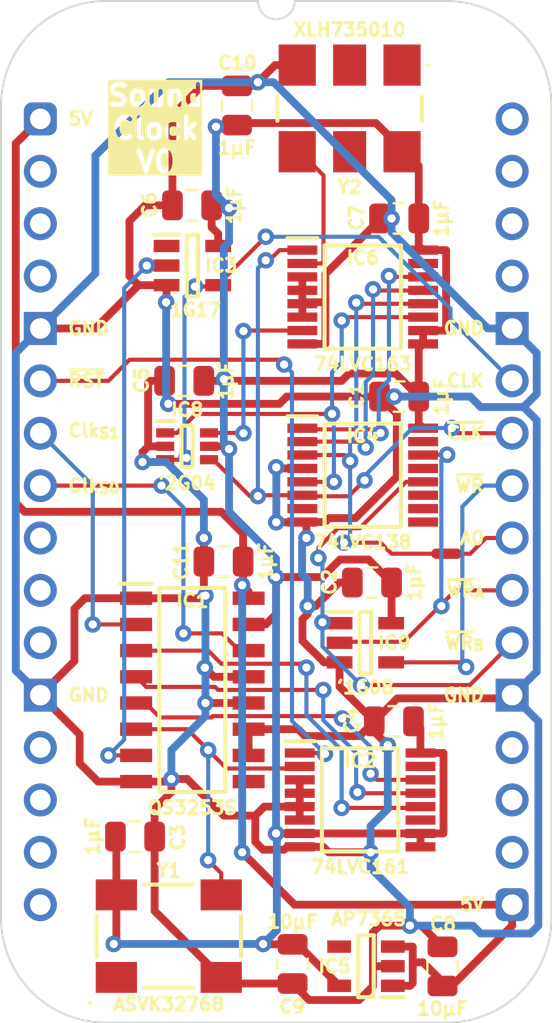
<source format=kicad_pcb>
(kicad_pcb (version 20240108) (generator "pcbnew") (generator_version "8.0")
  (title_block (title "Audio Clock") (date "2025-01-03") (rev "V0"))
  (layers (0 "F.Cu" signal) (31 "B.Cu" signal) (36 "B.SilkS" user "B.Silkscreen") (37 "F.SilkS" user "F.Silkscreen") (38 "B.Mask" user) (39 "F.Mask" user) (44 "Edge.Cuts" user))
  (net 0 "")
  (net 1 "/5V")
  (net 2 "/GND")
  (net 3 "/3.3V")
  (net 10 "/CLK")
  (net 16 "/Clock Select _{S1}")
  (net 17 "/4KHz")
  (net 18 "/8KHz")
  (net 19 "/16KHz")
  (net 20 "/32KHz")
  (net 21 "Net-(IC1-YA)")
  (net 23 "/Clock Select _{S0}")
  (net 24 "/~{Reset}")
  (net 28 "/Q0")
  (net 29 "/Q1")
  (net 30 "/Q2")
  (net 31 "/Q3")
  (net 32 "/~{CLK}")
  (net 37 "/~{WR}_{B}")
  (net 39 "/~{WR}_{A}")
  (net 41 "/10MHz")
  (net 42 "/~{Q3}")
  (net 53 "/~{WR}")
  (net 54 "/A0")
  (footprint "SamacSys_Parts:SOP65P210X110-6N" (layer "F.Cu") (at 7.112 15.875)
    (property "Reference" "IC8")
    (property "Value" "74LVC2G04GW-Q100H" (hide yes))
  )
  (footprint "SamacSys_Parts:SOP65P640X110-16N" (layer "F.Cu") (at 15.621 17.272)
    (property "Reference" "IC4")
    (property "Value" "74LVC138APW-Q100J" (hide yes))
  )
  (footprint "SamacSys_Parts:C_0805" (layer "F.Cu") (at 8.89 21.463 90)
    (property "Reference" "C11")
    (property "Value" "1μF")
  )
  (footprint "SamacSys_Parts:C_0805" (layer "F.Cu") (at 6.985 12.7 90)
    (property "Reference" "C5")
    (property "Value" "1μF")
  )
  (footprint "SamacSys_Parts:C_0805" (layer "F.Cu") (at 19.4864 41.1074)
    (property "Reference" "C8")
    (property "Value" "10µF")
  )
  (footprint "SamacSys_Parts:ASVK32768KHZLJT" (layer "F.Cu") (at 6.223 39.624)
    (property "Reference" "Y1")
    (property "Value" "ASVK-32.768KHZ-LJT" (hide yes))
  )
  (footprint "SamacSys_Parts:C_0805" (layer "F.Cu") (at 17.145 29.21 90)
    (property "Reference" "C4")
    (property "Value" "1μF")
  )
  (footprint "SamacSys_Parts:SOT95P275X110-5N" (layer "F.Cu") (at 7.366 7.112)
    (property "Reference" "IC3")
    (property "Value" "74LVC1G17GV,125" (hide yes))
  )
  (footprint "SamacSys_Parts:SOP65P640X110-16N" (layer "F.Cu") (at 15.494 33.02)
    (property "Reference" "IC2")
    (property "Value" "74LVC161PW,112" (hide yes))
  )
  (footprint "SamacSys_Parts:SOT95P275X110-5N" (layer "F.Cu") (at 15.748 25.4)
    (property "Reference" "IC9")
    (property "Value" "74LVC1G08GV,125" (hide yes))
  )
  (footprint "SamacSys_Parts:C_0805" (layer "F.Cu") (at 4.572 34.798 -90)
    (property "Reference" "C3")
    (property "Value" "1μF")
  )
  (footprint "SamacSys_Parts:C_0805" (layer "F.Cu") (at 16.084 22.479 90)
    (property "Reference" "C2")
    (property "Value" "1μF")
  )
  (footprint "SamacSys_Parts:SOP65P640X110-16N" (layer "F.Cu") (at 15.621 8.636)
    (property "Reference" "IC6")
    (property "Value" "74LVC163PW,118" (hide yes))
  )
  (footprint "SamacSys_Parts:C_0805" (layer "F.Cu") (at 9.525 -0.635)
    (property "Reference" "C10")
    (property "Value" "1μF")
  )
  (footprint "SamacSys_Parts:XLH735100000000I" (layer "F.Cu") (at 14.986 -0.508 180)
    (property "Reference" "Y2")
    (property "Value" "XLH735010.000000X" (hide yes))
  )
  (footprint "SamacSys_Parts:SOIC127P602X173-16N" (layer "F.Cu") (at 7.366 27.686)
    (property "Reference" "IC1")
    (property "Value" "QS3253S1G" (hide yes))
  )
  (footprint "SamacSys_Parts:C_0805" (layer "F.Cu") (at 17.399 4.826 90)
    (property "Reference" "C7")
    (property "Value" "1μF")
  )
  (footprint "SamacSys_Parts:C_0805" (layer "F.Cu") (at 17.399 13.462 90)
    (property "Reference" "C1")
    (property "Value" "1μF")
  )
  (footprint "SamacSys_Parts:C_0805" (layer "F.Cu") (at 7.366 4.191 90)
    (property "Reference" "C6")
    (property "Value" "1μF")
  )
  (footprint "SamacSys_Parts:C_0805" (layer "F.Cu") (at 12.222 40.955 180)
    (property "Reference" "C9")
    (property "Value" "10µF")
  )
  (footprint "SamacSys_Parts:SOT95P285X130-5N" (layer "F.Cu") (at 15.778 41.082 180)
    (property "Reference" "IC5")
    (property "Value" "AP7365-33WG-7" (hide yes))
  )
  (footprint "SamacSys_Parts:DIP-32_Board_W22.86mm" (layer "F.Cu") (at 0 0)
    (property "Reference" "J2" (hide yes))
    (property "Value" "Conn_02x16_Counter_Clockwise" (hide yes))
    (fp_line (start -1.905 -0.635) (end -1.905 38.735) (stroke (width 0.1)) (layer "Edge.Cuts"))
    (fp_line (start 10.541 -5.715) (end 3.175 -5.715) (stroke (width 0.1)) (layer "Edge.Cuts"))
    (fp_line (start 19.685 -5.715) (end 12.319 -5.715) (stroke (width 0.1)) (layer "Edge.Cuts"))
    (fp_line (start 19.685 43.815) (end 3.175 43.815) (stroke (width 0.1)) (layer "Edge.Cuts"))
    (fp_line (start 24.765 38.735) (end 24.765 -0.635) (stroke (width 0.1)) (layer "Edge.Cuts"))
    (fp_arc (start -1.905 -0.635) (mid -0.417102 -4.227102) (end 3.175 -5.715) (stroke (width 0.1)) (layer "Edge.Cuts"))
    (fp_arc (start 3.175 43.815) (mid -0.417102 42.327102) (end -1.905 38.735) (stroke (width 0.1)) (layer "Edge.Cuts"))
    (fp_arc (start 12.319 -5.715) (mid 11.43 -4.826) (end 10.541 -5.715) (stroke (width 0.1)) (layer "Edge.Cuts"))
    (fp_arc (start 19.685 -5.715) (mid 23.277102 -4.227102) (end 24.765 -0.635) (stroke (width 0.1)) (layer "Edge.Cuts"))
    (fp_arc (start 24.765 38.735) (mid 23.277103 42.327103) (end 19.685 43.815) (stroke (width 0.1)) (layer "Edge.Cuts"))
  )
  (footprint "NetTie:NetTie-2_SMD_Pad0.5mm" (layer "F.Cu") (at 19.685 21.082)
    (property "Reference" "NT1" (hide yes))
    (property "Value" "NetTie" (hide yes))
  )
  (footprint "SamacSys_Parts:PinHeader_1x16_P2.54mm_Vertical" (layer "B.Cu") (at 0 0 180)
    (property "Reference" "J3" (hide yes))
    (property "Value" "Pin_Header_01x16")
  )
  (footprint "SamacSys_Parts:PinHeader_1x16_P2.54mm_Vertical" (layer "B.Cu") (at 22.86 0 180)
    (property "Reference" "J1" (hide yes))
    (property "Value" "Pin_Header_01x16")
  )
  (gr_text "5V" (at 1.27 0 0) (layer "F.SilkS") (effects (font (size 0.635 0.635)) (justify left)))
  (gr_text "5V" (at 21.59 38.1 0) (layer "F.SilkS") (effects (font (size 0.635 0.635)) (justify right)))
  (gr_text "~{WR}_{B}" (at 21.59 25.4 0) (layer "F.SilkS") (effects (font (size 0.635 0.635)) (justify right)))
  (gr_text "GND" (at 21.59 10.16 0) (layer "F.SilkS") (effects (font (size 0.635 0.635)) (justify right)))
  (gr_text "GND" (at 1.27 27.94 0) (layer "F.SilkS") (effects (font (size 0.635 0.635)) (justify left)))
  (gr_text "Clk_{S0}" (at 1.27 17.78 0) (layer "F.SilkS") (effects (font (size 0.635 0.635)) (justify left)))
  (gr_text "~{RST}" (at 1.27 12.7 0) (layer "F.SilkS") (effects (font (size 0.635 0.635)) (justify left)))
  (gr_text "~{CLK}" (at 21.59 15.24 0) (layer "F.SilkS") (effects (font (size 0.635 0.635)) (justify right)))
  (gr_text "~{WR}_{A}" (at 21.59 22.86 0) (layer "F.SilkS") (effects (font (size 0.635 0.635)) (justify right)))
  (gr_text "Clk_{S1}" (at 1.27 15.113 0) (layer "F.SilkS") (effects (font (size 0.635 0.635)) (justify left)))
  (gr_text "CLK" (at 21.59 12.7 0) (layer "F.SilkS") (effects (font (size 0.635 0.635)) (justify right)))
  (gr_text "~{WR}" (at 21.59 17.78 0) (layer "F.SilkS") (effects (font (size 0.635 0.635)) (justify right)))
  (gr_text "Sound\nClock\nV0" (at 5.588 2.667 0) (layer "F.SilkS" knockout) (effects (font (size 1 1) (thickness 0.2) (bold yes)) (justify bottom)))
  (gr_text "GND" (at 21.59 27.94 0) (layer "F.SilkS") (effects (font (size 0.635 0.635)) (justify right)))
  (gr_text "A0" (at 21.59 20.32 0) (layer "F.SilkS") (effects (font (size 0.635 0.635)) (justify right)))
  (gr_text "GND" (at 1.27 10.16 0) (layer "F.SilkS") (effects (font (size 0.635 0.635)) (justify left)))
  (segment (start 8.763 19.05) (end 9.824 20.111) (width 0.38) (layer "F.Cu") (net 1))
  (segment (start 10.091 23.241) (end 10.091 22.918) (width 0.38) (layer "F.Cu") (net 1))
  (segment (start -0.762 19.05) (end 8.763 19.05) (width 0.38) (layer "F.Cu") (net 1))
  (segment (start -1.19 18.622) (end -0.762 19.05) (width 0.38) (layer "F.Cu") (net 1))
  (segment (start 18.043 40.142) (end 18.043 40.894) (width 0.38) (layer "F.Cu") (net 1))
  (segment (start 9.824 21.463) (end 9.824 22.560998) (width 0.38) (layer "F.Cu") (net 1))
  (segment (start 19.4864 41.8384) (end 18.542 40.894) (width 0.38) (layer "F.Cu") (net 1))
  (segment (start 19.9346 42.0414) (end 22.86 39.116) (width 0.38) (layer "F.Cu") (net 1))
  (segment (start 17.078 40.132) (end 18.033 40.132) (width 0.38) (layer "F.Cu") (net 1))
  (segment (start 18.033 40.132) (end 18.043 40.142) (width 0.38) (layer "F.Cu") (net 1))
  (segment (start 9.824 22.560998) (end 9.778999 22.605999) (width 0.38) (layer "F.Cu") (net 1))
  (segment (start 18.043 41.901) (end 17.912 42.032) (width 0.38) (layer "F.Cu") (net 1))
  (segment (start 18.043 40.894) (end 18.043 41.901) (width 0.38) (layer "F.Cu") (net 1))
  (segment (start 12.318994 38.1) (end 9.778997 35.560003) (width 0.38) (layer "F.Cu") (net 1))
  (segment (start 10.091 22.918) (end 9.778999 22.605999) (width 0.38) (layer "F.Cu") (net 1))
  (segment (start 17.912 42.032) (end 17.078 42.032) (width 0.38) (layer "F.Cu") (net 1))
  (segment (start 0 0) (end -1.19 1.19) (width 0.38) (layer "F.Cu") (net 1))
  (segment (start -1.19 1.19) (end -1.19 18.622) (width 0.38) (layer "F.Cu") (net 1))
  (segment (start 22.86 38.1) (end 12.318994 38.1) (width 0.38) (layer "F.Cu") (net 1))
  (segment (start 9.824 20.111) (end 9.824 21.463) (width 0.38) (layer "F.Cu") (net 1))
  (segment (start 18.542 40.894) (end 18.043 40.894) (width 0.38) (layer "F.Cu") (net 1))
  (segment (start 22.86 39.116) (end 22.86 38.1) (width 0.38) (layer "F.Cu") (net 1))
  (via (at 9.778997 35.560003) (size 0.8) (drill 0.4) (layers "F.Cu" "B.Cu") (net 1))
  (via (at 9.778999 22.605999) (size 0.8) (drill 0.4) (layers "F.Cu" "B.Cu") (net 1))
  (segment (start 9.778997 22.606001) (end 9.778999 22.605999) (width 0.38) (layer "B.Cu") (net 1))
  (segment (start 9.778997 35.560003) (end 9.778997 22.606001) (width 0.38) (layer "B.Cu") (net 1))
  (segment (start 14.498 26.35) (end 14.498 27.529) (width 0.38) (layer "F.Cu") (net 2))
  (segment (start 10.797 35.435) (end 10.414 35.052) (width 0.38) (layer "F.Cu") (net 2))
  (segment (start 9.525 -1.601) (end 7.824 -1.601) (width 0.38) (layer "F.Cu") (net 2))
  (segment (start 7.873982 23.241) (end 7.874 23.241) (width 0.38) (layer "F.Cu") (net 2))
  (segment (start 13.705 35.295) (end 12.569 35.295) (width 0.38) (layer "F.Cu") (net 2))
  (segment (start 15.443 42.722) (end 16.113 42.052) (width 0.38) (layer "F.Cu") (net 2))
  (segment (start 5.2225 15.865) (end 5.2325 15.875) (width 0.38) (layer "F.Cu") (net 2))
  (segment (start 10.851 33.345) (end 12.569 33.345) (width 0.38) (layer "F.Cu") (net 2))
  (segment (start 13.335001 23.622) (end 12.954 23.622) (width 0.38) (layer "F.Cu") (net 2))
  (segment (start 13.023 42.722) (end 15.443 42.722) (width 0.38) (layer "F.Cu") (net 2))
  (segment (start 12.7 25.307) (end 13.208511 25.815511) (width 0.38) (layer "F.Cu") (net 2))
  (segment (start 13.801 19.547) (end 12.696 19.547) (width 0.38) (layer "F.Cu") (net 2))
  (segment (start 5.2225 12.8115) (end 5.2225 15.865) (width 0.38) (layer "F.Cu") (net 2))
  (segment (start 6.35 32.639) (end 5.538 33.451) (width 0.38) (layer "F.Cu") (net 2))
  (segment (start 13.811 7.525) (end 16.433 4.903) (width 0.38) (layer "F.Cu") (net 2))
  (segment (start 11.486 16.947) (end 11.43 16.891) (width 0.38) (layer "F.Cu") (net 2))
  (segment (start 12.827 29.923615) (end 15.465385 29.923615) (width 0.38) (layer "F.Cu") (net 2))
  (segment (start 10.414 33.782) (end 10.851 33.345) (width 0.38) (layer "F.Cu") (net 2))
  (segment (start 16.433 13.462) (end 11.938 13.462) (width 0.38) (layer "F.Cu") (net 2))
  (segment (start 10.091 29.591) (end 10.091 30.861) (width 0.38) (layer "F.Cu") (net 2))
  (segment (start 19.4864 40.1414) (end 18.461 39.116) (width 0.38) (layer "F.Cu") (net 2))
  (segment (start 1.651 23.749) (end 1.651 26.289) (width 0.38) (layer "F.Cu") (net 2))
  (segment (start 4.641 23.241) (end 2.159 23.241) (width 0.38) (layer "F.Cu") (net 2))
  (segment (start 5.2325 15.875) (end 6.05 15.875) (width 0.38) (layer "F.Cu") (net 2))
  (segment (start 10.364 -1.601) (end 9.525 -1.601) (width 0.38) (layer "F.Cu") (net 2))
  (segment (start 5.538 34.798) (end 5.538 38.399) (width 0.38) (layer "F.Cu") (net 2))
  (segment (start 4.318 7.62) (end 4.318 4.953) (width 0.38) (layer "F.Cu") (net 2))
  (segment (start 4.641 23.241) (end 7.873982 23.241) (width 0.38) (layer "F.Cu") (net 2))
  (segment (start 17.272 17.353741) (end 15.269481 19.35626) (width 0.38) (layer "F.Cu") (net 2))
  (segment (start 6.019 12.7) (end 5.334 12.7) (width 0.38) (layer "F.Cu") (net 2))
  (segment (start 7.874 23.241) (end 8.001 23.114) (width 0.38) (layer "F.Cu") (net 2))
  (segment (start 5.538 33.451) (end 5.538 34.798) (width 0.38) (layer "F.Cu") (net 2))
  (segment (start 2.159 23.241) (end 1.651 23.749) (width 0.38) (layer "F.Cu") (net 2))
  (segment (start 16.113 42.052) (end 16.113 41.072) (width 0.38) (layer "F.Cu") (net 2))
  (segment (start 12.569 33.995) (end 12.569 33.345) (width 0.38) (layer "F.Cu") (net 2))
  (segment (start 12.696 10.911) (end 13.801 10.911) (width 0.38) (layer "F.Cu") (net 2))
  (segment (start 16.433 13.462) (end 17.145 13.462) (width 0.38) (layer "F.Cu") (net 2))
  (segment (start 15.118 22.479) (end 14.478001 22.479) (width 0.38) (layer "F.Cu") (net 2))
  (segment (start 13.682 26.289) (end 13.743 26.35) (width 0.38) (layer "F.Cu") (net 2))
  (segment (start 4.318 4.953) (end 5.08 4.191) (width 0.38) (layer "F.Cu") (net 2))
  (segment (start 5.334 12.7) (end 5.2225 12.8115) (width 0.38) (layer "F.Cu") (net 2))
  (segment (start 17.078 41.082) (end 16.123 41.082) (width 0.38) (layer "F.Cu") (net 2))
  (segment (start 1.651 26.289) (end 0 27.94) (width 0.38) (layer "F.Cu") (net 2))
  (segment (start 12.222 41.921) (end 9.06 41.921) (width 0.38) (layer "F.Cu") (net 2))
  (segment (start 12.696 16.947) (end 11.486 16.947) (width 0.38) (layer "F.Cu") (net 2))
  (segment (start 15.465385 29.923615) (end 16.179 29.21) (width 0.38) (layer "F.Cu") (net 2))
  (segment (start 6.096 12.777) (end 6.096 13.716) (width 0.38) (layer "F.Cu") (net 2))
  (segment (start 10.414 35.052) (end 10.414 33.782) (width 0.38) (layer "F.Cu") (net 2))
  (segment (start 12.696 8.961) (end 12.696 8.311) (width 0.38) (layer "F.Cu") (net 2))
  (segment (start 7.824 -1.601) (end 6.4 -0.177) (width 0.38) (layer "F.Cu") (net 2))
  (segment (start 16.179 29.712669) (end 16.834637 30.368306) (width 0.38) (layer "F.Cu") (net 2))
  (segment (start 12.222 41.921) (end 13.023 42.722) (width 0.38) (layer "F.Cu") (net 2))
  (segment (start 7.924 21.463) (end 7.924 23.037) (width 0.38) (layer "F.Cu") (net 2))
  (segment (start 8.89 33.782) (end 7.112 32.004) (width 0.38) (layer "F.Cu") (net 2))
  (segment (start 12.696 8.311) (end 12.696 7.661) (width 0.38) (layer "F.Cu") (net 2))
  (segment (start 10.091 29.591) (end 12.494385 29.591) (width 0.38) (layer "F.Cu") (net 2))
  (segment (start 6.35 32.004) (end 6.223 32.131) (width 0.38) (layer "F.Cu") (net 2))
  (segment (start 4.953 16.1545) (end 5.2325 15.875) (width 0.38) (layer "F.Cu") (net 2))
  (segment (start 10.091 28.321) (end 8.001002 28.321) (width 0.38) (layer "F.Cu") (net 2))
  (segment (start 6.116 8.87) (end 6.096 8.89) (width 0.38) (layer "F.Cu") (net 2))
  (segment (start 12.696 9.611) (end 12.696 8.961) (width 0.38) (layer "F.Cu") (net 2))
  (segment (start 13.219229 25.815511) (end 13.682 26.278282) (width 0.38) (layer "F.Cu") (net 2))
  (segment (start 12.954 23.622) (end 12.954 24.003001) (width 0.38) (layer "F.Cu") (net 2))
  (segment (start 10.091 27.051) (end 8.410983 27.051) (width 0.38) (layer "F.Cu") (net 2))
  (segment (start 16.433 4.826) (end 17.017994 4.826) (width 0.38) (layer "F.Cu") (net 2))
  (segment (start 16.433 13.462) (end 17.272 14.301) (width 0.38) (layer "F.Cu") (net 2))
  (segment (start 12.954 24.003001) (end 12.7 24.257001) (width 0.38) (layer "F.Cu") (net 2))
  (segment (start 1.905 31.242) (end 1.905 29.845) (width 0.38) (layer "F.Cu") (net 2))
  (segment (start 5.538 38.399) (end 8.763 41.624) (width 0.38) (layer "F.Cu") (net 2))
  (segment (start 1.905 29.845) (end 0 27.94) (width 0.38) (layer "F.Cu") (net 2))
  (segment (start 6.116 8.062) (end 6.116 8.87) (width 0.38) (layer "F.Cu") (net 2))
  (segment (start 6.35 32.004) (end 6.35 32.639) (width 0.38) (layer "F.Cu") (net 2))
  (segment (start 13.97 35.56) (end 13.705 35.295) (width 0.38) (layer "F.Cu") (net 2))
  (segment (start 16.113 39.442) (end 16.439 39.116) (width 0.38) (layer "F.Cu") (net 2))
  (segment (start 6.223 32.131) (end 4.641 32.131) (width 0.38) (layer "F.Cu") (net 2))
  (segment (start 13.99174 19.35626) (end 13.801 19.547) (width 0.38) (layer "F.Cu") (net 2))
  (segment (start 16.002 35.56) (end 13.97 35.56) (width 0.38) (layer "F.Cu") (net 2))
  (segment (start 7.924 21.463) (end 7.924 20.319996) (width 0.38) (layer "F.Cu") (net 2))
  (segment (start 13.743 26.35) (end 14.498 26.35) (width 0.38) (layer "F.Cu") (net 2))
  (segment (start 13.811 8.89) (end 13.811 7.525) (width 0.38) (layer "F.Cu") (net 2))
  (segment (start 12.892 19.743) (end 12.892 20.32) (width 0.38) (layer "F.Cu") (net 2))
  (segment (start 4.76 8.062) (end 2.662 10.16) (width 0.38) (layer "F.Cu") (net 2))
  (segment (start 13.811 8.89) (end 12.767 8.89) (width 0.38) (layer "F.Cu") (net 2))
  (segment (start 13.208511 25.815511) (end 13.219229 25.815511) (width 0.38) (layer "F.Cu") (net 2))
  (segment (start 11.938 13.462) (end 11.585011 13.814989) (width 0.38) (layer "F.Cu") (net 2))
  (segment (start 12.573 -2.608) (end 11.371 -2.608) (width 0.38) (layer "F.Cu") (net 2))
  (segment (start 10.414 33.782) (end 8.89 33.782) (width 0.38) (layer "F.Cu") (net 2))
  (segment (start 4.76 8.062) (end 4.318 7.62) (width 0.38) (layer "F.Cu") (net 2))
  (segment (start 7.112 32.004) (end 6.35 32.004) (width 0.38) (layer "F.Cu") (net 2))
  (segment (start 2.794 32.131) (end 1.905 31.242) (width 0.38) (layer "F.Cu") (net 2))
  (segment (start 17.294 28.095) (end 22.705 28.095) (width 0.38) (layer "F.Cu") (net 2))
  (segment (start 12.767 8.89) (end 12.696 8.961) (width 0.38) (layer "F.Cu") (net 2))
  (segment (start 11.951 35.295) (end 11.811 35.435) (width 0.38) (layer "F.Cu") (net 2))
  (segment (start 5.08 4.191) (end 6.4 4.191) (width 0.38) (layer "F.Cu") (net 2))
  (segment (start 16.123 41.082) (end 16.113 41.072) (width 0.38) (layer "F.Cu") (net 2))
  (segment (start 16.439 39.116) (end 17.906998 39.116) (width 0.38) (layer "F.Cu") (net 2))
  (segment (start 14.498 27.529) (end 16.179 29.21) (width 0.38) (layer "F.Cu") (net 2))
  (segment (start 6.116 8.062) (end 4.76 8.062) (width 0.38) (layer "F.Cu") (net 2))
  (segment (start 12.569 35.295) (end 11.951 35.295) (width 0.38) (layer "F.Cu") (net 2))
  (segment (start 14.478001 22.479) (end 13.335001 23.622) (width 0.38) (layer "F.Cu") (net 2))
  (segment (start 13.811 10.901) (end 13.811 8.89) (width 0.38) (layer "F.Cu") (net 2))
  (segment (start 4.641 32.131) (end 2.794 32.131) (width 0.38) (layer "F.Cu") (net 2))
  (segment (start 16.113 41.072) (end 16.113 39.442) (width 0.38) (layer "F.Cu") (net 2))
  (segment (start 7.924 23.037) (end 8.001 23.114) (width 0.38) (layer "F.Cu") (net 2))
  (segment (start 13.801 10.911) (end 13.811 10.901) (width 0.38) (layer "F.Cu") (net 2))
  (segment (start 12.696 19.547) (end 12.892 19.743) (width 0.38) (layer "F.Cu") (net 2))
  (segment (start 11.585011 13.814989) (end 6.194989 13.814989) (width 0.38) (layer "F.Cu") (net 2))
  (segment (start 8.410983 27.051) (end 7.970682 26.610699) (width 0.38) (layer "F.Cu") (net 2))
  (segment (start 12.494385 29.591) (end 12.827 29.923615) (width 0.38) (layer "F.Cu") (net 2))
  (segment (start 17.272 14.301) (end 17.272 17.353741) (width 0.38) (layer "F.Cu") (net 2))
  (segment (start 12.7 24.257001) (end 12.7 25.307) (width 0.38) (layer "F.Cu") (net 2))
  (segment (start 16.179 29.21) (end 17.294 28.095) (width 0.38) (layer "F.Cu") (net 2))
  (segment (start 6.096 13.716) (end 6.194989 13.814989) (width 0.38) (layer "F.Cu") (net 2))
  (segment (start 2.662 10.16) (end 0 10.16) (width 0.38) (layer "F.Cu") (net 2))
  (segment (start 12.569 33.345) (end 12.569 32.695) (width 0.38) (layer "F.Cu") (net 2))
  (segment (start 13.682 26.278282) (end 13.682 26.289) (width 0.38) (layer "F.Cu") (net 2))
  (segment (start 11.371 -2.608) (end 10.364 -1.601) (width 0.38) (layer "F.Cu") (net 2))
  (segment (start 11.43 19.558) (end 12.685 19.558) (width 0.38) (layer "F.Cu") (net 2))
  (segment (start 12.569 32.695) (end 12.569 32.045) (width 0.38) (layer "F.Cu") (net 2))
  (segment (start 4.953 16.637) (end 4.953 16.1545) (width 0.38) (layer "F.Cu") (net 2))
  (segment (start 15.269481 19.35626) (end 13.99174 19.35626) (width 0.38) (layer "F.Cu") (net 2))
  (segment (start 11.811 35.435) (end 10.797 35.435) (width 0.38) (layer "F.Cu") (net 2))
  (segment (start 18.461 39.116) (end 17.906998 39.116) (width 0.38) (layer "F.Cu") (net 2))
  (segment (start 6.4 -0.177) (end 6.4 4.191) (width 0.38) (layer "F.Cu") (net 2))
  (via (at 16.834637 30.368306) (size 0.8) (drill 0.4) (layers "F.Cu" "B.Cu") (net 2))
  (via (at 16.002 35.56) (size 0.8) (drill 0.4) (layers "F.Cu" "B.Cu") (net 2))
  (via (at 7.924 20.319996) (size 0.8) (drill 0.4) (layers "F.Cu" "B.Cu") (net 2))
  (via (at 6.194989 13.814989) (size 0.8) (drill 0.4) (layers "F.Cu" "B.Cu") (net 2))
  (via (at 7.970682 26.610699) (size 0.8) (drill 0.4) (layers "F.Cu" "B.Cu") (net 2))
  (via (at 12.892 20.32) (size 0.8) (drill 0.4) (layers "F.Cu" "B.Cu") (net 2))
  (via (at 10.540999 -1.777999) (size 0.8) (drill 0.4) (layers "F.Cu" "B.Cu") (net 2))
  (via (at 17.017994 4.826) (size 0.8) (drill 0.4) (layers "F.Cu" "B.Cu") (net 2))
  (via (at 6.096 8.89) (size 0.8) (drill 0.4) (layers "F.Cu" "B.Cu") (net 2))
  (via (at 17.906998 39.116) (size 0.8) (drill 0.4) (layers "F.Cu" "B.Cu") (net 2))
  (via (at 11.43 16.891) (size 0.8) (drill 0.4) (layers "F.Cu" "B.Cu") (net 2))
  (via (at 17.145 13.462) (size 0.8) (drill 0.4) (layers "F.Cu" "B.Cu") (net 2))
  (via (at 8.001 23.114) (size 0.8) (drill 0.4) (layers "F.Cu" "B.Cu") (net 2))
  (via (at 6.35 32.004) (size 0.8) (drill 0.4) (layers "F.Cu" "B.Cu") (net 2))
  (via (at 11.43 19.558) (size 0.8) (drill 0.4) (layers "F.Cu" "B.Cu") (net 2))
  (via (at 12.954 23.622) (size 0.8) (drill 0.4) (layers "F.Cu" "B.Cu") (net 2))
  (via (at 8.001002 28.321) (size 0.8) (drill 0.4) (layers "F.Cu" "B.Cu") (net 2))
  (via (at 4.953 16.637) (size 0.8) (drill 0.4) (layers "F.Cu" "B.Cu") (net 2))
  (segment (start 20.828 13.462) (end 21.336 13.97) (width 0.38) (layer "B.Cu") (net 2))
  (segment (start 6.096 13.716) (end 6.194989 13.814989) (width 0.38) (layer "B.Cu") (net 2))
  (segment (start 7.924 18.465) (end 7.924 20.319996) (width 0.38) (layer "B.Cu") (net 2))
  (segment (start 6.35 30.607) (end 6.35 32.004) (width 0.38) (layer "B.Cu") (net 2))
  (segment (start 11.43 16.891) (end 11.433507 16.894507) (width 0.38) (layer "B.Cu") (net 2))
  (segment (start 22.86 10.16) (end 24.05 11.35) (width 0.38) (layer "B.Cu") (net 2))
  (segment (start 8.001002 28.321) (end 8.001002 26.641019) (width 0.38) (layer "B.Cu") (net 2))
  (segment (start 16.834637 33.457363) (end 16.834637 30.368306) (width 0.38) (layer "B.Cu") (net 2))
  (segment (start 12.682 22.08) (end 12.682 20.53) (width 0.38) (layer "B.Cu") (net 2))
  (segment (start 8.001002 28.955998) (end 6.477 30.48) (width 0.38) (layer "B.Cu") (net 2))
  (segment (start 2.667 1.778) (end 6.222999 -1.777999) (width 0.38) (layer "B.Cu") (net 2))
  (segment (start -1.19 11.35) (end -1.19 26.75) (width 0.38) (layer "B.Cu") (net 2))
  (segment (start 12.682 20.53) (end 12.892 20.32) (width 0.38) (layer "B.Cu") (net 2))
  (segment (start 6.222999 -1.777999) (end 10.540999 -1.777999) (width 0.38) (layer "B.Cu") (net 2))
  (segment (start 16.002 36.322) (end 17.906998 38.226998) (width 0.38) (layer "B.Cu") (net 2))
  (segment (start 24.05 14.605) (end 24.05 26.797) (width 0.38) (layer "B.Cu") (net 2))
  (segment (start 4.953 16.637) (end 6.096 16.637) (width 0.38) (layer "B.Cu") (net 2))
  (segment (start 21.336 13.97) (end 23.415 13.97) (width 0.38) (layer "B.Cu") (net 2))
  (segment (start 11.302998 -1.777999) (end 10.540999 -1.777999) (width 0.38) (layer "B.Cu") (net 2))
  (segment (start 11.433507 19.554493) (end 11.43 19.558) (width 0.38) (layer "B.Cu") (net 2))
  (segment (start 0 10.16) (end 2.667 7.493) (width 0.38) (layer "B.Cu") (net 2))
  (segment (start 8.001002 26.641019) (end 7.970682 26.610699) (width 0.38) (layer "B.Cu") (net 2))
  (segment (start 17.906998 38.226998) (end 17.906998 39.116) (width 0.38) (layer "B.Cu") (net 2))
  (segment (start 8.001 23.114) (end 8.001 26.580381) (width 0.38) (layer "B.Cu") (net 2))
  (segment (start 8.001002 28.321) (end 8.001002 28.955998) (width 0.38) (layer "B.Cu") (net 2))
  (segment (start 24.13 29.21) (end 24.13 39.116) (width 0.38) (layer "B.Cu") (net 2))
  (segment (start 20.955 39.116) (end 21.336 39.497) (width 0.38) (layer "B.Cu") (net 2))
  (segment (start 17.017994 4.826) (end 17.017994 3.936997) (width 0.38) (layer "B.Cu") (net 2))
  (segment (start 12.954 23.622) (end 12.954 22.352) (width 0.38) (layer "B.Cu") (net 2))
  (segment (start -1.19 26.75) (end 0 27.94) (width 0.38) (layer "B.Cu") (net 2))
  (segment (start 11.433507 16.894507) (end 11.433507 19.554493) (width 0.38) (layer "B.Cu") (net 2))
  (segment (start 17.906998 39.116) (end 20.955 39.116) (width 0.38) (layer "B.Cu") (net 2))
  (segment (start 6.096 8.89) (end 6.096 13.716) (width 0.38) (layer "B.Cu") (net 2))
  (segment (start 24.13 39.116) (end 23.749 39.497) (width 0.38) (layer "B.Cu") (net 2))
  (segment (start 6.477 30.48) (end 6.35 30.607) (width 0.38) (layer "B.Cu") (net 2))
  (segment (start 16.002 34.29) (end 16.834637 33.457363) (width 0.38) (layer "B.Cu") (net 2))
  (segment (start 12.954 22.352) (end 12.682 22.08) (width 0.38) (layer "B.Cu") (net 2))
  (segment (start 23.749 39.497) (end 21.336 39.497) (width 0.38) (layer "B.Cu") (net 2))
  (segment (start 8.001 26.580381) (end 7.970682 26.610699) (width 0.38) (layer "B.Cu") (net 2))
  (segment (start 2.667 7.493) (end 2.667 1.778) (width 0.38) (layer "B.Cu") (net 2))
  (segment (start 23.415 13.97) (end 24.05 13.335) (width 0.38) (layer "B.Cu") (net 2))
  (segment (start 6.096 16.637) (end 7.924 18.465) (width 0.38) (layer "B.Cu") (net 2))
  (segment (start 17.145 13.462) (end 20.828 13.462) (width 0.38) (layer "B.Cu") (net 2))
  (segment (start 24.05 26.797) (end 22.907 27.94) (width 0.38) (layer "B.Cu") (net 2))
  (segment (start 22.86 27.94) (end 24.13 29.21) (width 0.38) (layer "B.Cu") (net 2))
  (segment (start 23.415 13.97) (end 24.05 14.605) (width 0.38) (layer "B.Cu") (net 2))
  (segment (start 21.68 10.16) (end 17.017994 5.497994) (width 0.38) (layer "B.Cu") (net 2))
  (segment (start 0 10.16) (end -1.19 11.35) (width 0.38) (layer "B.Cu") (net 2))
  (segment (start 16.002 35.56) (end 16.002 34.29) (width 0.38) (layer "B.Cu") (net 2))
  (segment (start 16.002 35.56) (end 16.002 36.322) (width 0.38) (layer "B.Cu") (net 2))
  (segment (start 22.86 10.16) (end 21.68 10.16) (width 0.38) (layer "B.Cu") (net 2))
  (segment (start 17.017994 5.497994) (end 17.017994 4.826) (width 0.38) (layer "B.Cu") (net 2))
  (segment (start 17.017994 3.936997) (end 11.302998 -1.777999) (width 0.38) (layer "B.Cu") (net 2))
  (segment (start 24.05 11.35) (end 24.05 13.335) (width 0.38) (layer "B.Cu") (net 2))
  (segment (start 12.569 34.645) (end 18.419 34.645) (width 0.38) (layer "F.Cu") (net 3))
  (segment (start 3.683 37.624) (end 3.683 39.878) (width 0.38) (layer "F.Cu") (net 3))
  (segment (start 15.903 21.364) (end 14.517288 21.364) (width 0.38) (layer "F.Cu") (net 3))
  (segment (start 14.605 12.7) (end 8.968 12.7) (width 0.38) (layer "F.Cu") (net 3))
  (segment (start 8.968 12.7) (end 8.89 12.622) (width 0.38) (layer "F.Cu") (net 3))
  (segment (start 19.651 10.261) (end 18.546 10.261) (width 0.38) (layer "F.Cu") (net 3))
  (segment (start 18.079 29.21) (end 18.415 29.546) (width 0.38) (layer "F.Cu") (net 3))
  (segment (start 19.661 10.251) (end 19.651 10.261) (width 0.38) (layer "F.Cu") (net 3))
  (segment (start 19.534 34.635) (end 19.524 34.645) (width 0.38) (layer "F.Cu") (net 3))
  (segment (start 9.443 0.381) (end 8.508994 0.381) (width 0.38) (layer "F.Cu") (net 3))
  (segment (start 18.415 29.546) (end 18.415 30.741) (width 0.38) (layer "F.Cu") (net 3))
  (segment (start 17.018 22.479) (end 17.018 24.43) (width 0.38) (layer "F.Cu") (net 3))
  (segment (start 17.018 22.479) (end 15.903 21.364) (width 0.38) (layer "F.Cu") (net 3))
  (segment (start 8.616 5.568) (end 8.3 5.252) (width 0.38) (layer "F.Cu") (net 3))
  (segment (start 18.333 13.462) (end 18.333 14.784) (width 0.38) (layer "F.Cu") (net 3))
  (segment (start 11.420469 24.012531) (end 11.420469 22.215469) (width 0.38) (layer "F.Cu") (net 3))
  (segment (start 17.218 12.347) (end 14.958 12.347) (width 0.38) (layer "F.Cu") (net 3))
  (segment (start 18.419 34.645) (end 18.419 35.295) (width 0.38) (layer "F.Cu") (net 3))
  (segment (start 10.811 40.021) (end 10.795 40.005) (width 0.38) (layer "F.Cu") (net 3))
  (segment (start 16.263 0.202) (end 17.653 1.592) (width 0.38) (layer "F.Cu") (net 3))
  (segment (start 18.419 30.745) (end 19.524 30.745) (width 0.38) (layer "F.Cu") (net 3))
  (segment (start 18.333 14.784) (end 18.546 14.997) (width 0.38) (layer "F.Cu") (net 3))
  (segment (start 13.665819 22.215469) (end 11.420469 22.215469) (width 0.38) (layer "F.Cu") (net 3))
  (segment (start 12.569 34.645) (end 11.420471 34.645) (width 0.38) (layer "F.Cu") (net 3))
  (segment (start 18.333 11.124) (end 18.546 10.911) (width 0.38) (layer "F.Cu") (net 3))
  (segment (start 12.467 40.021) (end 14.478 42.032) (width 0.38) (layer "F.Cu") (net 3))
  (segment (start 19.651 6.361) (end 19.661 6.371) (width 0.38) (layer "F.Cu") (net 3))
  (segment (start 19.661 6.371) (end 19.661 10.251) (width 0.38) (layer "F.Cu") (net 3))
  (segment (start 14.958 12.347) (end 14.605 12.7) (width 0.38) (layer "F.Cu") (net 3))
  (segment (start 18.546 10.261) (end 18.546 10.911) (width 0.38) (layer "F.Cu") (net 3))
  (segment (start 8.812 12.7) (end 8.89 12.622) (width 0.38) (layer "F.Cu") (net 3))
  (segment (start 8.174 15.875) (end 9.017 15.875) (width 0.38) (layer "F.Cu") (net 3))
  (segment (start 10.091 24.511) (end 10.922 24.511) (width 0.38) (layer "F.Cu") (net 3))
  (segment (start 18.333 13.462) (end 17.218 12.347) (width 0.38) (layer "F.Cu") (net 3))
  (segment (start 14.517288 21.364) (end 13.665819 22.215469) (width 0.38) (layer "F.Cu") (net 3))
  (segment (start 10.922 24.511) (end 11.420469 24.012531) (width 0.38) (layer "F.Cu") (net 3))
  (segment (start 19.534 30.755) (end 19.534 34.635) (width 0.38) (layer "F.Cu") (net 3))
  (segment (start 19.524 34.645) (end 18.419 34.645) (width 0.38) (layer "F.Cu") (net 3))
  (segment (start 9.017 15.875) (end 9.144 16.002) (width 0.38) (layer "F.Cu") (net 3))
  (segment (start 19.524 30.745) (end 19.534 30.755) (width 0.38) (layer "F.Cu") (net 3))
  (segment (start 18.333 4.826) (end 18.333 6.148) (width 0.38) (layer "F.Cu") (net 3))
  (segment (start 12.222 40.021) (end 10.811 40.021) (width 0.38) (layer "F.Cu") (net 3))
  (segment (start 18.333 6.148) (end 18.546 6.361) (width 0.38) (layer "F.Cu") (net 3))
  (segment (start 7.919 12.7) (end 8.812 12.7) (width 0.38) (layer "F.Cu") (net 3))
  (segment (start 8.3 5.252) (end 8.3 4.191) (width 0.38) (layer "F.Cu") (net 3))
  (segment (start 18.333 13.462) (end 18.333 11.124) (width 0.38) (layer "F.Cu") (net 3))
  (segment (start 18.333 4.826) (end 18.333 2.272) (width 0.38) (layer "F.Cu") (net 3))
  (segment (start 3.683 39.878) (end 3.556 40.005) (width 0.38) (layer "F.Cu") (net 3))
  (segment (start 8.616 6.162) (end 8.616 5.568) (width 0.38) (layer "F.Cu") (net 3))
  (segment (start 3.683 37.624) (end 3.683 34.843) (width 0.38) (layer "F.Cu") (net 3))
  (segment (start 8.427 4.318) (end 9.144 4.318) (width 0.38) (layer "F.Cu") (net 3))
  (segment (start 18.546 6.361) (end 19.651 6.361) (width 0.38) (layer "F.Cu") (net 3))
  (segment (start 9.622 0.202) (end 16.263 0.202) (width 0.38) (layer "F.Cu") (net 3))
  (via (at 8.508994 0.381) (size 0.8) (drill 0.4) (layers "F.Cu" "B.Cu") (net 3))
  (via (at 3.556 40.005) (size 0.8) (drill 0.4) (layers "F.Cu" "B.Cu") (net 3))
  (via (at 9.144 16.002) (size 0.8) (drill 0.4) (layers "F.Cu" "B.Cu") (net 3))
  (via (at 10.795 40.005) (size 0.8) (drill 0.4) (layers "F.Cu" "B.Cu") (net 3))
  (via (at 11.420469 22.215469) (size 0.8) (drill 0.4) (layers "F.Cu" "B.Cu") (net 3))
  (via (at 11.420471 34.645) (size 0.8) (drill 0.4) (layers "F.Cu" "B.Cu") (net 3))
  (via (at 9.144 4.318) (size 0.8) (drill 0.4) (layers "F.Cu" "B.Cu") (net 3))
  (via (at 8.89 12.622) (size 0.8) (drill 0.4) (layers "F.Cu" "B.Cu") (net 3))
  (segment (start 11.420471 34.645) (end 11.458 34.682529) (width 0.38) (layer "B.Cu") (net 3))
  (segment (start 9.144 19.05) (end 11.420469 21.326469) (width 0.38) (layer "B.Cu") (net 3))
  (segment (start 11.420469 21.326469) (end 11.420469 22.215469) (width 0.38) (layer "B.Cu") (net 3))
  (segment (start 9.144 5.969) (end 8.89 6.223) (width 0.38) (layer "B.Cu") (net 3))
  (segment (start 8.89 15.748) (end 8.89 12.622) (width 0.38) (layer "B.Cu") (net 3))
  (segment (start 8.89 6.223) (end 8.89 12.622) (width 0.38) (layer "B.Cu") (net 3))
  (segment (start 11.420471 34.645) (end 11.420471 22.215471) (width 0.38) (layer "B.Cu") (net 3))
  (segment (start 9.144 4.318) (end 9.144 5.969) (width 0.38) (layer "B.Cu") (net 3))
  (segment (start 9.144 4.318) (end 8.508994 3.682994) (width 0.38) (layer "B.Cu") (net 3))
  (segment (start 10.795 40.005) (end 3.556 40.005) (width 0.38) (layer "B.Cu") (net 3))
  (segment (start 8.508994 3.682994) (end 8.508994 0.381) (width 0.38) (layer "B.Cu") (net 3))
  (segment (start 11.420471 22.215471) (end 11.420469 22.215469) (width 0.38) (layer "B.Cu") (net 3))
  (segment (start 9.144 16.002) (end 8.89 15.748) (width 0.38) (layer "B.Cu") (net 3))
  (segment (start 11.458 39.342) (end 10.795 40.005) (width 0.38) (layer "B.Cu") (net 3))
  (segment (start 11.458 34.682529) (end 11.458 39.342) (width 0.38) (layer "B.Cu") (net 3))
  (segment (start 9.144 16.002) (end 9.144 19.05) (width 0.38) (layer "B.Cu") (net 3))
  (segment (start 6.989136 16.525) (end 7.080538 16.433598) (width 0.2) (layer "F.Cu") (net 10))
  (segment (start 8.616 8.021002) (end 10.922001 5.715001) (width 0.2) (layer "F.Cu") (net 10))
  (segment (start 7.493 8.128) (end 8.55 8.128) (width 0.2) (layer "F.Cu") (net 10))
  (segment (start 6.05 16.525) (end 6.989136 16.525) (width 0.2) (layer "F.Cu") (net 10))
  (via (at 7.080538 16.433598) (size 0.8) (drill 0.4) (layers "F.Cu" "B.Cu") (net 10))
  (via (at 10.922001 5.715001) (size 0.8) (drill 0.4) (layers "F.Cu" "B.Cu") (net 10))
  (via (at 7.493 8.128) (size 0.8) (drill 0.4) (layers "F.Cu" "B.Cu") (net 10))
  (segment (start 22.86 12.7) (end 19.8755 9.7155) (width 0.2) (layer "B.Cu") (net 10))
  (segment (start 19.8755 9.2075) (end 16.383001 5.715001) (width 0.2) (layer "B.Cu") (net 10))
  (segment (start 16.383001 5.715001) (end 10.922001 5.715001) (width 0.2) (layer "B.Cu") (net 10))
  (segment (start 6.985 16.33806) (end 7.080538 16.433598) (width 0.2) (layer "B.Cu") (net 10))
  (segment (start 19.8755 9.7155) (end 19.8755 9.2075) (width 0.2) (layer "B.Cu") (net 10))
  (segment (start 6.985 8.636) (end 6.985 16.33806) (width 0.2) (layer "B.Cu") (net 10))
  (segment (start 7.493 8.128) (end 6.985 8.636) (width 0.2) (layer "B.Cu") (net 10))
  (segment (start 4.641 24.511) (end 2.54 24.511) (width 0.2) (layer "F.Cu") (net 16))
  (via (at 2.54 24.511) (size 0.8) (drill 0.4) (layers "F.Cu" "B.Cu") (net 16))
  (segment (start 2.54 24.511) (end 2.54 17.78) (width 0.2) (layer "B.Cu") (net 16))
  (segment (start 2.54 17.78) (end 0 15.24) (width 0.2) (layer "B.Cu") (net 16))
  (segment (start 8.765934 26.416) (end 12.702489 26.416) (width 0.2) (layer "F.Cu") (net 17))
  (segment (start 12.702489 26.416) (end 12.892 26.605511) (width 0.2) (layer "F.Cu") (net 17))
  (segment (start 8.130934 25.781) (end 8.765934 26.416) (width 0.2) (layer "F.Cu") (net 17))
  (segment (start 4.641 25.781) (end 8.130934 25.781) (width 0.2) (layer "F.Cu") (net 17))
  (segment (start 18.357814 33.406186) (end 14.598777 33.406186) (width 0.2) (layer "F.Cu") (net 17))
  (via (at 12.892 26.605511) (size 0.8) (drill 0.4) (layers "F.Cu" "B.Cu") (net 17))
  (via (at 14.598777 33.406186) (size 0.8) (drill 0.4) (layers "F.Cu" "B.Cu") (net 17))
  (segment (start 14.598777 30.606642) (end 12.892 28.899865) (width 0.2) (layer "B.Cu") (net 17))
  (segment (start 14.598777 33.406186) (end 14.598777 30.606642) (width 0.2) (layer "B.Cu") (net 17))
  (segment (start 12.892 28.899865) (end 12.892 26.605511) (width 0.2) (layer "B.Cu") (net 17))
  (segment (start 8.46495 27.541) (end 8.60995 27.686) (width 0.2) (layer "F.Cu") (net 18))
  (segment (start 18.419 32.695) (end 15.412094 32.695) (width 0.2) (layer "F.Cu") (net 18))
  (segment (start 15.412094 32.695) (end 15.364779 32.647685) (width 0.2) (layer "F.Cu") (net 18))
  (segment (start 8.60995 27.686) (end 13.708 27.686) (width 0.2) (layer "F.Cu") (net 18))
  (segment (start 4.641 27.051) (end 5.131 27.541) (width 0.2) (layer "F.Cu") (net 18))
  (segment (start 5.131 27.541) (end 8.46495 27.541) (width 0.2) (layer "F.Cu") (net 18))
  (via (at 15.364779 32.647685) (size 0.8) (drill 0.4) (layers "F.Cu" "B.Cu") (net 18))
  (via (at 13.708 27.686) (size 0.8) (drill 0.4) (layers "F.Cu" "B.Cu") (net 18))
  (segment (start 15.364779 32.647685) (end 15.302 32.584906) (width 0.2) (layer "B.Cu") (net 18))
  (segment (start 15.302 30.744179) (end 13.708 29.150179) (width 0.2) (layer "B.Cu") (net 18))
  (segment (start 15.302 32.584906) (end 15.302 30.744179) (width 0.2) (layer "B.Cu") (net 18))
  (segment (start 13.708 29.150179) (end 13.708 27.686) (width 0.2) (layer "B.Cu") (net 18))
  (segment (start 18.419 32.045) (end 16.297 32.045) (width 0.2) (layer "F.Cu") (net 19))
  (segment (start 14.503772 28.956) (end 14.617886 29.070114) (width 0.2) (layer "F.Cu") (net 19))
  (segment (start 8.35595 28.956) (end 14.503772 28.956) (width 0.2) (layer "F.Cu") (net 19))
  (segment (start 5.091 28.321) (end 5.791 29.021) (width 0.2) (layer "F.Cu") (net 19))
  (segment (start 16.297 32.045) (end 16.002 31.75) (width 0.2) (layer "F.Cu") (net 19))
  (segment (start 8.29095 29.021) (end 8.35595 28.956) (width 0.2) (layer "F.Cu") (net 19))
  (segment (start 5.791 29.021) (end 8.29095 29.021) (width 0.2) (layer "F.Cu") (net 19))
  (via (at 14.617886 29.070114) (size 0.8) (drill 0.4) (layers "F.Cu" "B.Cu") (net 19))
  (via (at 16.002 31.75) (size 0.8) (drill 0.4) (layers "F.Cu" "B.Cu") (net 19))
  (segment (start 16.002 31.75) (end 16.002 30.454228) (width 0.2) (layer "B.Cu") (net 19))
  (segment (start 16.002 30.454228) (end 14.617886 29.070114) (width 0.2) (layer "B.Cu") (net 19))
  (segment (start 4.641 29.591) (end 7.121 29.591) (width 0.2) (layer "F.Cu") (net 20))
  (segment (start 8.763 37.624) (end 8.763 36.576) (width 0.2) (layer "F.Cu") (net 20))
  (segment (start 9.026 31.496) (end 12.468 31.496) (width 0.2) (layer "F.Cu") (net 20))
  (segment (start 8.763 36.576) (end 8.128 35.941) (width 0.2) (layer "F.Cu") (net 20))
  (segment (start 7.121 29.591) (end 8.1325 30.6025) (width 0.2) (layer "F.Cu") (net 20))
  (segment (start 8.1325 30.6025) (end 9.026 31.496) (width 0.2) (layer "F.Cu") (net 20))
  (via (at 8.1325 30.6025) (size 0.8) (drill 0.4) (layers "F.Cu" "B.Cu") (net 20))
  (via (at 8.128 35.941) (size 0.8) (drill 0.4) (layers "F.Cu" "B.Cu") (net 20))
  (segment (start 8.1325 30.6025) (end 8.1325 35.9365) (width 0.2) (layer "B.Cu") (net 20))
  (segment (start 8.1325 35.9365) (end 8.128 35.941) (width 0.2) (layer "B.Cu") (net 20))
  (segment (start 6.116 7.112) (end 5.158 7.112) (width 0.2) (layer "F.Cu") (net 21))
  (segment (start 4.641 30.861) (end 3.302 30.861) (width 0.2) (layer "F.Cu") (net 21))
  (via (at 5.158 7.112) (size 0.8) (drill 0.4) (layers "F.Cu" "B.Cu") (net 21))
  (via (at 3.302 30.861) (size 0.8) (drill 0.4) (layers "F.Cu" "B.Cu") (net 21))
  (segment (start 3.302 30.861) (end 4.064 30.099) (width 0.2) (layer "B.Cu") (net 21))
  (segment (start 4.064 30.099) (end 4.064 8.206) (width 0.2) (layer "B.Cu") (net 21))
  (segment (start 4.064 8.206) (end 5.158 7.112) (width 0.2) (layer "B.Cu") (net 21))
  (segment (start 9.641 25.781) (end 8.805725 24.945725) (width 0.2) (layer "F.Cu") (net 23))
  (segment (start 0 17.78) (end 5.872155 17.78) (width 0.2) (layer "F.Cu") (net 23))
  (segment (start 8.805725 24.945725) (end 6.931275 24.945725) (width 0.2) (layer "F.Cu") (net 23))
  (via (at 5.872155 17.78) (size 0.8) (drill 0.4) (layers "F.Cu" "B.Cu") (net 23))
  (via (at 6.931275 24.945725) (size 0.8) (drill 0.4) (layers "F.Cu" "B.Cu") (net 23))
  (segment (start 6.931275 24.945725) (end 6.931275 18.83912) (width 0.2) (layer "B.Cu") (net 23))
  (segment (start 6.931275 18.83912) (end 5.872155 17.78) (width 0.2) (layer "B.Cu") (net 23))
  (segment (start 4.327 11.675) (end 11.576 11.675) (width 0.2) (layer "F.Cu") (net 24))
  (segment (start 3.302 12.7) (end 4.327 11.675) (width 0.2) (layer "F.Cu") (net 24))
  (segment (start 11.576 11.675) (end 11.811 11.91) (width 0.2) (layer "F.Cu") (net 24))
  (segment (start 13.747184 30.745) (end 13.789592 30.787408) (width 0.2) (layer "F.Cu") (net 24))
  (segment (start 0 12.7) (end 3.302 12.7) (width 0.2) (layer "F.Cu") (net 24))
  (segment (start 12.569 30.745) (end 13.747184 30.745) (width 0.2) (layer "F.Cu") (net 24))
  (via (at 11.811 11.91) (size 0.8) (drill 0.4) (layers "F.Cu" "B.Cu") (net 24))
  (via (at 13.789592 30.787408) (size 0.8) (drill 0.4) (layers "F.Cu" "B.Cu") (net 24))
  (segment (start 11.811 11.91) (end 12.192 12.291) (width 0.2) (layer "B.Cu") (net 24))
  (segment (start 12.192 12.291) (end 12.192 29.189816) (width 0.2) (layer "B.Cu") (net 24))
  (segment (start 12.192 29.189816) (end 13.789592 30.787408) (width 0.2) (layer "B.Cu") (net 24))
  (segment (start 12.751 15.052) (end 16.302029 15.052) (width 0.2) (layer "F.Cu") (net 28))
  (segment (start 16.932 7.661) (end 16.890998 7.619998) (width 0.2) (layer "F.Cu") (net 28))
  (segment (start 16.302029 15.052) (end 16.482 15.231971) (width 0.2) (layer "F.Cu") (net 28))
  (segment (start 18.546 7.661) (end 16.932 7.661) (width 0.2) (layer "F.Cu") (net 28))
  (via (at 16.482 15.231971) (size 0.8) (drill 0.4) (layers "F.Cu" "B.Cu") (net 28))
  (via (at 16.890998 7.619998) (size 0.8) (drill 0.4) (layers "F.Cu" "B.Cu") (net 28))
  (segment (start 16.395 13.151339) (end 16.890998 12.655341) (width 0.2) (layer "B.Cu") (net 28))
  (segment (start 16.395 15.144971) (end 16.395 13.151339) (width 0.2) (layer "B.Cu") (net 28))
  (segment (start 16.890998 12.655341) (end 16.890998 7.619998) (width 0.2) (layer "B.Cu") (net 28))
  (segment (start 16.482 15.231971) (end 16.395 15.144971) (width 0.2) (layer "B.Cu") (net 28))
  (segment (start 12.696 15.647) (end 15.483016 15.647) (width 0.2) (layer "F.Cu") (net 29))
  (segment (start 15.483016 15.647) (end 15.762981 15.926965) (width 0.2) (layer "F.Cu") (net 29))
  (segment (start 16.176785 8.320001) (end 16.120392 8.263608) (width 0.2) (layer "F.Cu") (net 29))
  (segment (start 18.536999 8.320001) (end 16.176785 8.320001) (width 0.2) (layer "F.Cu") (net 29))
  (via (at 15.762981 15.926965) (size 0.8) (drill 0.4) (layers "F.Cu" "B.Cu") (net 29))
  (via (at 16.120392 8.263608) (size 0.8) (drill 0.4) (layers "F.Cu" "B.Cu") (net 29))
  (segment (start 15.762981 12.754334) (end 15.762981 15.926965) (width 0.2) (layer "B.Cu") (net 29))
  (segment (start 16.120392 12.396923) (end 15.762981 12.754334) (width 0.2) (layer "B.Cu") (net 29))
  (segment (start 16.120392 8.263608) (end 16.120392 12.396923) (width 0.2) (layer "B.Cu") (net 29))
  (segment (start 16.48226 20.54626) (end 14.711689 20.54626) (width 0.2) (layer "F.Cu") (net 30))
  (segment (start 19.185 21.082) (end 17.018 21.082) (width 0.2) (layer "F.Cu") (net 30))
  (segment (start 12.696 16.297) (end 14.72206 16.297) (width 0.2) (layer "F.Cu") (net 30))
  (segment (start 15.360276 8.963608) (end 15.307668 8.911) (width 0.2) (layer "F.Cu") (net 30))
  (segment (start 17.018 21.082) (end 16.48226 20.54626) (width 0.2) (layer "F.Cu") (net 30))
  (segment (start 14.72206 16.297) (end 15.00951 16.58445) (width 0.2) (layer "F.Cu") (net 30))
  (segment (start 18.543392 8.963608) (end 15.360276 8.963608) (width 0.2) (layer "F.Cu") (net 30))
  (via (at 15.307668 8.911) (size 0.8) (drill 0.4) (layers "F.Cu" "B.Cu") (net 30))
  (via (at 15.00951 16.58445) (size 0.8) (drill 0.4) (layers "F.Cu" "B.Cu") (net 30))
  (via (at 14.711689 20.54626) (size 0.8) (drill 0.4) (layers "F.Cu" "B.Cu") (net 30))
  (segment (start 15.00951 16.58445) (end 15.00951 20.248439) (width 0.2) (layer "B.Cu") (net 30))
  (segment (start 15.00951 20.248439) (end 14.711689 20.54626) (width 0.2) (layer "B.Cu") (net 30))
  (segment (start 15.307668 8.911) (end 15.307668 15.392328) (width 0.2) (layer "B.Cu") (net 30))
  (segment (start 15.307668 15.392328) (end 15.00951 15.690486) (width 0.2) (layer "B.Cu") (net 30))
  (segment (start 15.00951 15.690486) (end 15.00951 16.58445) (width 0.2) (layer "B.Cu") (net 30))
  (segment (start 18.546 9.611) (end 14.769 9.611) (width 0.2) (layer "F.Cu") (net 31))
  (segment (start 7.539 14.305) (end 14.132755 14.305) (width 0.2) (layer "F.Cu") (net 31))
  (segment (start 12.696 17.597) (end 14.223744 17.597) (width 0.2) (layer "F.Cu") (net 31))
  (segment (start 14.132755 14.305) (end 14.135755 14.302) (width 0.2) (layer "F.Cu") (net 31))
  (segment (start 6.05 15.225) (end 6.619 15.225) (width 0.2) (layer "F.Cu") (net 31))
  (segment (start 6.619 15.225) (end 7.539 14.305) (width 0.2) (layer "F.Cu") (net 31))
  (segment (start 14.223744 17.597) (end 14.223992 17.597248) (width 0.2) (layer "F.Cu") (net 31))
  (segment (start 14.769 9.611) (end 14.601 9.779) (width 0.2) (layer "F.Cu") (net 31))
  (via (at 14.135755 14.302) (size 0.8) (drill 0.4) (layers "F.Cu" "B.Cu") (net 31))
  (via (at 14.601 9.779) (size 0.8) (drill 0.4) (layers "F.Cu" "B.Cu") (net 31))
  (via (at 14.223992 17.597248) (size 0.8) (drill 0.4) (layers "F.Cu" "B.Cu") (net 31))
  (segment (start 14.601 11.815) (end 14.135755 12.280245) (width 0.2) (layer "B.Cu") (net 31))
  (segment (start 14.135755 12.280245) (end 14.135755 14.302) (width 0.2) (layer "B.Cu") (net 31))
  (segment (start 14.223992 14.390237) (end 14.223992 17.597248) (width 0.2) (layer "B.Cu") (net 31))
  (segment (start 14.135755 14.302) (end 14.223992 14.390237) (width 0.2) (layer "B.Cu") (net 31))
  (segment (start 14.601 9.779) (end 14.601 11.815) (width 0.2) (layer "B.Cu") (net 31))
  (segment (start 22.86 15.24) (end 20.193 15.24) (width 0.2) (layer "F.Cu") (net 32))
  (segment (start 11.590661 6.361) (end 11.093661 6.858) (width 0.2) (layer "F.Cu") (net 32))
  (segment (start 10.581992 18.247) (end 10.541 18.287992) (width 0.2) (layer "F.Cu") (net 32))
  (segment (start 20.193 15.24) (end 19.939 14.986) (width 0.2) (layer "F.Cu") (net 32))
  (segment (start 12.746248 18.297248) (end 14.938262 18.297248) (width 0.2) (layer "F.Cu") (net 32))
  (segment (start 12.696 6.361) (end 11.590661 6.361) (width 0.2) (layer "F.Cu") (net 32))
  (segment (start 14.938262 18.297248) (end 15.70951 17.526) (width 0.2) (layer "F.Cu") (net 32))
  (segment (start 11.093661 6.858) (end 10.922 6.858) (width 0.2) (layer "F.Cu") (net 32))
  (segment (start 10.149492 18.287992) (end 10.541 18.287992) (width 0.2) (layer "F.Cu") (net 32))
  (segment (start 12.696 18.247) (end 10.581992 18.247) (width 0.2) (layer "F.Cu") (net 32))
  (segment (start 8.3865 16.525) (end 10.149492 18.287992) (width 0.2) (layer "F.Cu") (net 32))
  (via (at 10.541 18.287992) (size 0.8) (drill 0.4) (layers "F.Cu" "B.Cu") (net 32))
  (via (at 15.70951 17.526) (size 0.8) (drill 0.4) (layers "F.Cu" "B.Cu") (net 32))
  (via (at 10.922 6.858) (size 0.8) (drill 0.4) (layers "F.Cu" "B.Cu") (net 32))
  (via (at 19.939 14.986) (size 0.8) (drill 0.4) (layers "F.Cu" "B.Cu") (net 32))
  (segment (start 15.70951 17.31049) (end 15.70951 17.526) (width 0.2) (layer "B.Cu") (net 32))
  (segment (start 18.034 14.986) (end 15.70951 17.31049) (width 0.2) (layer "B.Cu") (net 32))
  (segment (start 10.922 6.858) (end 10.541 7.239) (width 0.2) (layer "B.Cu") (net 32))
  (segment (start 19.939 14.986) (end 18.034 14.986) (width 0.2) (layer "B.Cu") (net 32))
  (segment (start 10.541 7.239) (end 10.541 18.287992) (width 0.2) (layer "B.Cu") (net 32))
  (segment (start 22.86 25.4) (end 20.810941 27.449059) (width 0.2) (layer "F.Cu") (net 37))
  (segment (start 13.71523 24.45) (end 13.66973 24.4045) (width 0.2) (layer "F.Cu") (net 37))
  (segment (start 17.721705 17.597) (end 15.472445 19.84626) (width 0.2) (layer "F.Cu") (net 37))
  (segment (start 13.472 20.795999) (end 13.472 21.292059) (width 0.2) (layer "F.Cu") (net 37))
  (segment (start 18.546 17.597) (end 17.721705 17.597) (width 0.2) (layer "F.Cu") (net 37))
  (segment (start 14.498 24.45) (end 13.71523 24.45) (width 0.2) (layer "F.Cu") (net 37))
  (segment (start 15.472445 19.84626) (end 14.421739 19.84626) (width 0.2) (layer "F.Cu") (net 37))
  (segment (start 20.810941 27.449059) (end 15.535288 27.449059) (width 0.2) (layer "F.Cu") (net 37))
  (segment (start 14.421739 19.84626) (end 13.472 20.795999) (width 0.2) (layer "F.Cu") (net 37))
  (via (at 13.472 21.292059) (size 0.8) (drill 0.4) (layers "F.Cu" "B.Cu") (net 37))
  (via (at 13.66973 24.4045) (size 0.8) (drill 0.4) (layers "F.Cu" "B.Cu") (net 37))
  (via (at 15.535288 27.449059) (size 0.8) (drill 0.4) (layers "F.Cu" "B.Cu") (net 37))
  (segment (start 13.66973 25.583501) (end 15.535288 27.449059) (width 0.2) (layer "B.Cu") (net 37))
  (segment (start 13.66973 24.4045) (end 13.66973 21.489789) (width 0.2) (layer "B.Cu") (net 37))
  (segment (start 13.66973 24.4045) (end 13.66973 25.583501) (width 0.2) (layer "B.Cu") (net 37))
  (segment (start 13.66973 21.489789) (end 13.472 21.292059) (width 0.2) (layer "B.Cu") (net 37))
  (segment (start 19.710538 16.279687) (end 18.563313 16.279687) (width 0.2) (layer "F.Cu") (net 39))
  (segment (start 20.112999 22.86) (end 22.86 22.86) (width 0.2) (layer "F.Cu") (net 39))
  (segment (start 19.350999 23.622) (end 19.431 23.622) (width 0.2) (layer "F.Cu") (net 39))
  (segment (start 19.431 23.541999) (end 20.112999 22.86) (width 0.2) (layer "F.Cu") (net 39))
  (segment (start 19.431 23.622) (end 19.431 23.541999) (width 0.2) (layer "F.Cu") (net 39))
  (segment (start 14.548 25.35) (end 17.622999 25.35) (width 0.2) (layer "F.Cu") (net 39))
  (segment (start 17.622999 25.35) (end 19.350999 23.622) (width 0.2) (layer "F.Cu") (net 39))
  (via (at 19.710538 16.279687) (size 0.8) (drill 0.4) (layers "F.Cu" "B.Cu") (net 39))
  (via (at 19.431 23.622) (size 0.8) (drill 0.4) (layers "F.Cu" "B.Cu") (net 39))
  (segment (start 19.431 23.622) (end 19.431 16.559225) (width 0.2) (layer "B.Cu") (net 39))
  (segment (start 19.431 16.559225) (end 19.710538 16.279687) (width 0.2) (layer "B.Cu") (net 39))
  (segment (start 13.721 2.74) (end 13.721 6.911) (width 0.2) (layer "F.Cu") (net 41))
  (segment (start 12.573 1.592) (end 13.721 2.74) (width 0.2) (layer "F.Cu") (net 41))
  (segment (start 13.721 6.911) (end 13.621 7.011) (width 0.2) (layer "F.Cu") (net 41))
  (segment (start 13.621 7.011) (end 12.696 7.011) (width 0.2) (layer "F.Cu") (net 41))
  (segment (start 9.826 15.225) (end 9.841 15.24) (width 0.2) (layer "F.Cu") (net 42))
  (segment (start 8.174 15.225) (end 9.826 15.225) (width 0.2) (layer "F.Cu") (net 42))
  (segment (start 12.696 10.261) (end 9.867 10.261) (width 0.2) (layer "F.Cu") (net 42))
  (segment (start 9.867 10.261) (end 9.841 10.287) (width 0.2) (layer "F.Cu") (net 42))
  (via (at 9.841 15.24) (size 0.8) (drill 0.4) (layers "F.Cu" "B.Cu") (net 42))
  (via (at 9.841 10.287) (size 0.8) (drill 0.4) (layers "F.Cu" "B.Cu") (net 42))
  (segment (start 9.841 15.24) (end 9.841 10.287) (width 0.2) (layer "B.Cu") (net 42))
  (segment (start 20.407565 26.35) (end 20.631766 26.574201) (width 0.2) (layer "F.Cu") (net 53))
  (segment (start 16.998 26.35) (end 20.407565 26.35) (width 0.2) (layer "F.Cu") (net 53))
  (via (at 20.631766 26.574201) (size 0.8) (drill 0.4) (layers "F.Cu" "B.Cu") (net 53))
  (segment (start 20.447 26.389435) (end 20.631766 26.574201) (width 0.2) (layer "B.Cu") (net 53))
  (segment (start 20.447 18.796) (end 20.447 26.389435) (width 0.2) (layer "B.Cu") (net 53))
  (segment (start 21.463 17.78) (end 20.447 18.796) (width 0.2) (layer "B.Cu") (net 53))
  (segment (start 22.86 17.78) (end 21.463 17.78) (width 0.2) (layer "B.Cu") (net 53))
  (segment (start 20.828 21.082) (end 20.185 21.082) (width 0.2) (layer "F.Cu") (net 54))
  (segment (start 22.217 20.32) (end 21.59 20.32) (width 0.2) (layer "F.Cu") (net 54))
  (segment (start 21.59 20.32) (end 20.828 21.082) (width 0.2) (layer "F.Cu") (net 54))
)
</source>
